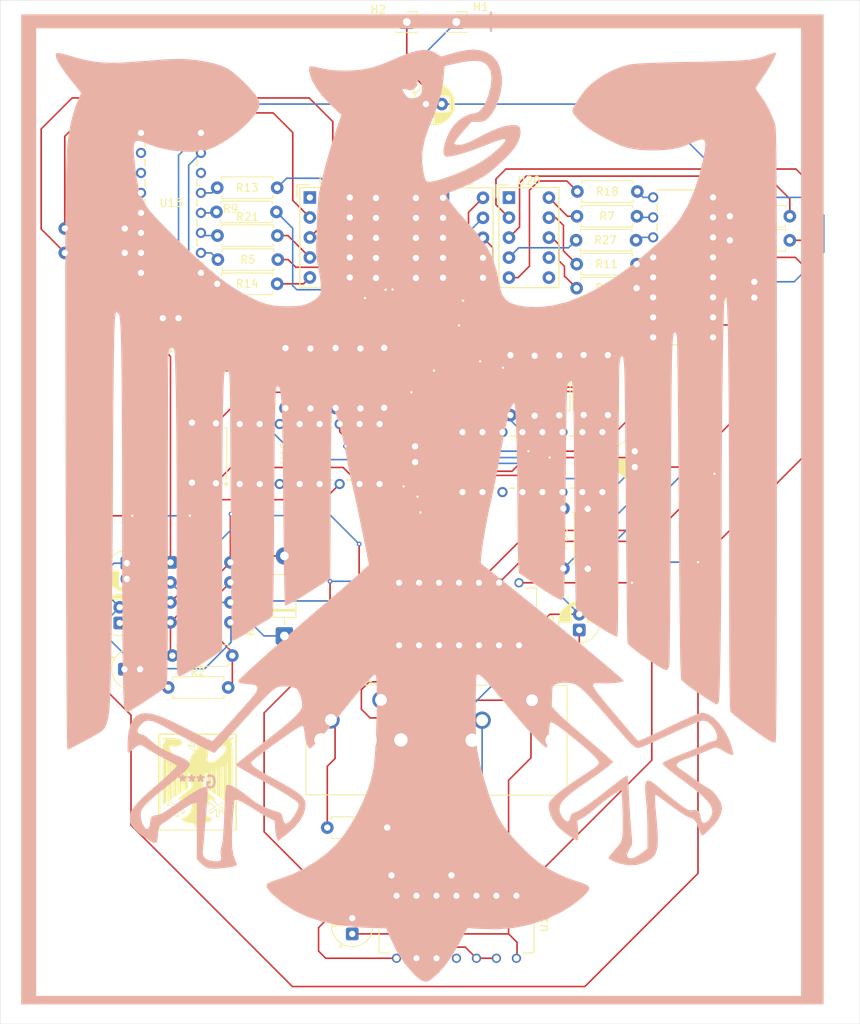
<source format=kicad_pcb>
(kicad_pcb (version 20241229) (generator "pcbnew") (generator_version "9.0")
  (layers (0 "F.Cu" signal) (2 "B.Cu" signal) (13 "F.Paste" user) (15 "B.Paste" user) (5 "F.SilkS" user "F.Silkscreen") (7 "B.SilkS" user "B.Silkscreen") (1 "F.Mask" user) (3 "B.Mask" user) (25 "Edge.Cuts" user))
  (net 0 "")
  (net 1 "GND")
  (net 2 "Net-(D1-K)")
  (net 3 "+5V")
  (net 4 "Net-(D1-A)")
  (net 5 "6,r")
  (net 6 "Net-(U10-CLOCK1)")
  (net 7 "Net-(R4-Pad2)")
  (net 8 "Net-(U13-A)")
  (net 9 "Net-(U18-A)")
  (net 10 "Net-(U17-A)")
  (net 11 "Net-(U16-A)")
  (net 12 "Net-(U15-A)")
  (net 13 "Net-(U20-A)")
  (net 14 "Net-(U14-A)")
  (net 15 "Net-(U19-A)")
  (net 16 "Net-(U13-B)")
  (net 17 "Net-(U18-B)")
  (net 18 "Net-(U17-B)")
  (net 19 "Net-(U16-B)")
  (net 20 "Net-(U15-B)")
  (net 21 "Net-(U20-B)")
  (net 22 "Net-(U14-B)")
  (net 23 "Net-(U19-B)")
  (net 24 "Net-(U13-C)")
  (net 25 "Net-(U18-C)")
  (net 26 "Net-(U18-D)")
  (net 27 "Net-(U13-D)")
  (net 28 "Net-(U17-C)")
  (net 29 "60,2")
  (net 30 "Net-(U17-D)")
  (net 31 "Net-(U16-D)")
  (net 32 "Net-(U15-C)")
  (net 33 "Net-(U20-C)")
  (net 34 "Net-(U15-D)")
  (net 35 "Net-(U20-D)")
  (net 36 "6,2")
  (net 37 "Net-(U19-C)")
  (net 38 "Net-(U19-D)")
  (net 39 "Net-(U14-D)")
  (net 40 "Net-(U13-E)")
  (net 41 "Net-(U18-E)")
  (net 42 "Net-(U18-G)")
  (net 43 "Net-(U13-G)")
  (net 44 "Net-(U13-F)")
  (net 45 "Net-(U18-F)")
  (net 46 "60,1")
  (net 47 "Net-(U17-E)")
  (net 48 "Net-(U16-F)")
  (net 49 "Net-(U17-F)")
  (net 50 "Net-(U16-G)")
  (net 51 "Net-(U17-G)")
  (net 52 "Net-(U15-E)")
  (net 53 "Net-(U20-E)")
  (net 54 "Net-(U20-F)")
  (net 55 "Net-(U15-F)")
  (net 56 "Net-(U15-G)")
  (net 57 "Net-(U20-G)")
  (net 58 "6,1")
  (net 59 "Net-(U19-G)")
  (net 60 "Net-(U14-G)")
  (net 61 "Net-(U19-E)")
  (net 62 "Out")
  (net 63 "Q")
  (net 66 "Net-(U10-D1)")
  (net 73 "co 2")
  (net 75 "co 3")
  (net 76 "Net-(U14-F)")
  (net 86 "co 1")
  (net 100 "Net-(U19-F)")
  (net 101 "Net-(U1-CV)")
  (net 102 "signal 1")
  (footprint "Resistor_THT:R_Axial_DIN0207_L6.3mm_D2.5mm_P7.62mm_Horizontal" (layer "F.Cu") (at 85.01 80.69 90)
    (property "Reference" "R25")
    (property "Value" "300O")
  )
  (footprint "Button_Switch_Keyboard:SW_Cherry_MX_1.00u_PCB" (layer "F.Cu") (at 128.24 108.33)
    (property "Reference" "SW2")
    (property "Value" "Reset")
  )
  (footprint "Capacitor_THT:CP_Radial_D5.0mm_P2.00mm" (layer "F.Cu") (at 76.42 104.39)
    (property "Reference" "C2")
    (property "Value" "10nf")
  )
  (footprint "CD4013BE:DIP794W45P254L1969H508Q14" (layer "F.Cu") (at 118.63 137.14 -90)
    (property "Reference" "U10")
    (property "Value" "CD4013BE")
  )
  (footprint "Resistor_THT:R_Axial_DIN0207_L6.3mm_D2.5mm_P7.62mm_Horizontal" (layer "F.Cu") (at 117.99 130.58 180)
    (property "Reference" "R3")
    (property "Value" "10kO")
  )
  (footprint "Resistor_THT:R_Axial_DIN0207_L6.3mm_D2.5mm_P7.62mm_Horizontal" (layer "F.Cu") (at 88.22 55.43)
    (property "Reference" "R14")
    (property "Value" "300O")
  )
  (footprint "Resistor_THT:R_Axial_DIN0207_L6.3mm_D2.5mm_P7.62mm_Horizontal" (layer "F.Cu") (at 81.99 106.71)
    (property "Reference" "R2")
    (property "Value" "10kO")
  )
  (footprint "Connector_PinSocket_2.54mm:PinSocket_1x01_P2.54mm_Vertical" (layer "F.Cu") (at 118.605 22.175)
    (property "Reference" "H1")
    (property "Value" "MountingHole_Pad")
  )
  (footprint "Resistor_THT:R_Axial_DIN0207_L6.3mm_D2.5mm_P7.62mm_Horizontal" (layer "F.Cu") (at 153.3825 46.8425)
    (property "Reference" "R29")
    (property "Value" "300O")
  )
  (footprint "Resistor_THT:R_Axial_DIN0207_L6.3mm_D2.5mm_P7.62mm_Horizontal" (layer "F.Cu") (at 88.06 80.77 90)
    (property "Reference" "R26")
    (property "Value" "300O")
  )
  (footprint "Resistor_THT:R_Axial_DIN0207_L6.3mm_D2.5mm_P7.62mm_Horizontal" (layer "F.Cu") (at 141.62 43.7 180)
    (property "Reference" "R18")
    (property "Value" "300O")
  )
  (footprint "Resistor_THT:R_Axial_DIN0207_L6.3mm_D2.5mm_P7.62mm_Horizontal" (layer "F.Cu") (at 109.44 71.18 90)
    (property "Reference" "R16")
    (property "Value" "300O")
  )
  (footprint "Capacitor_THT:CP_Radial_D5.0mm_P2.00mm" (layer "F.Cu") (at 105.38 138.015112 90)
    (property "Reference" "C7")
    (property "Value" "100nf")
  )
  (footprint "Capacitor_THT:CP_Radial_D5.0mm_P2.00mm" (layer "F.Cu") (at 141.3 76.71 -90)
    (property "Reference" "C9")
    (property "Value" "100nf")
  )
  (footprint "Package_DIP:DIP-8_W7.62mm" (layer "F.Cu") (at 82.275 90.82)
    (property "Reference" "U1")
    (property "Value" "NA555P")
  )
  (footprint "Resistor_THT:R_Axial_DIN0207_L6.3mm_D2.5mm_P7.62mm_Horizontal" (layer "F.Cu") (at 125.49 72.12 90)
    (property "Reference" "R19")
    (property "Value" "300O")
  )
  (footprint "Capacitor_THT:CP_Radial_D5.0mm_P2.00mm" (layer "F.Cu") (at 114.749888 32.595)
    (property "Reference" "C4")
    (property "Value" "100nf")
  )
  (footprint "Button_Switch_Keyboard:SW_Cherry_MX_1.00u_PCB" (layer "F.Cu") (at 109.03 108.29)
    (property "Reference" "SW1")
    (property "Value" "Start/stopp")
  )
  (footprint "Resistor_THT:R_Axial_DIN0207_L6.3mm_D2.5mm_P7.62mm_Horizontal" (layer "F.Cu") (at 153.3825 49.9025)
    (property "Reference" "R28")
    (property "Value" "300O")
  )
  (footprint "footprints:N16" (layer "F.Cu") (at 108.86 73.24 90)
    (property "Reference" "U16")
    (property "Value" "CD4026BE")
  )
  (footprint "Resistor_THT:R_Axial_DIN0207_L6.3mm_D2.5mm_P7.62mm_Horizontal" (layer "F.Cu") (at 106.42 71.26 90)
    (property "Reference" "R6")
    (property "Value" "300O")
  )
  (footprint "Resistor_THT:R_Axial_DIN0207_L6.3mm_D2.5mm_P7.62mm_Horizontal" (layer "F.Cu") (at 109.83 124.51 180)
    (property "Reference" "R4")
    (property "Value" "10kO")
  )
  (footprint "Resistor_THT:R_Axial_DIN0207_L6.3mm_D2.5mm_P7.62mm_Horizontal" (layer "F.Cu") (at 76.46 48.4 180)
    (property "Reference" "R23")
    (property "Value" "300O")
  )
  (footprint "LOGO" (layer "F.Cu") (at 85.71 118.72)
    (property "Reference" "G***")
    (property "Value" "LOGO" (hide yes))
  )
  (footprint "footprints:N16" (layer "F.Cu") (at 86.15 54.04)
    (property "Reference" "U13")
    (property "Value" "CD4026BE")
  )
  (footprint "Resistor_THT:R_Axial_DIN0207_L6.3mm_D2.5mm_P7.62mm_Horizontal" (layer "F.Cu") (at 88.3 52.35)
    (property "Reference" "R5")
    (property "Value" "300O")
  )
  (footprint "Capacitor_THT:CP_Radial_D5.0mm_P2.00mm" (layer "F.Cu") (at 134.24 99.41 90)
    (property "Reference" "C6")
    (property "Value" "100nf")
  )
  (footprint "Resistor_THT:R_Axial_DIN0207_L6.3mm_D2.5mm_P7.62mm_Horizontal" (layer "F.Cu") (at 88.22 43.22)
    (property "Reference" "R13")
    (property "Value" "300O")
  )
  (footprint "Resistor_THT:R_Axial_DIN0207_L6.3mm_D2.5mm_P7.62mm_Horizontal" (layer "F.Cu") (at 141.5225 55.9825 180)
    (property "Reference" "R17")
    (property "Value" "300O")
  )
  (footprint "Resistor_THT:R_Axial_DIN0207_L6.3mm_D2.5mm_P7.62mm_Horizontal" (layer "F.Cu") (at 76.46 51.5 180)
    (property "Reference" "R22")
    (property "Value" "300O")
  )
  (footprint "Resistor_THT:R_Axial_DIN0207_L6.3mm_D2.5mm_P7.62mm_Horizontal" (layer "F.Cu") (at 88.12 46.3)
    (property "Reference" "R9")
    (property "Value" "300O")
  )
  (footprint "Resistor_THT:R_Axial_DIN0207_L6.3mm_D2.5mm_P7.62mm_Horizontal" (layer "F.Cu") (at 137.88 72.11 90)
    (property "Reference" "R20")
    (property "Value" "300O")
  )
  (footprint "Resistor_THT:R_Axial_DIN0207_L6.3mm_D2.5mm_P7.62mm_Horizontal" (layer "F.Cu") (at 134.8 72.09 90)
    (property "Reference" "R8")
    (property "Value" "300O")
  )
  (footprint "Resistor_THT:R_Axial_DIN0207_L6.3mm_D2.5mm_P7.62mm_Horizontal" (layer "F.Cu") (at 88.25 49.3)
    (property "Reference" "R21")
    (property "Value" "300O")
  )
  (footprint "Resistor_THT:R_Axial_DIN0207_L6.3mm_D2.5mm_P7.62mm_Horizontal" (layer "F.Cu") (at 128.57 72.19 90)
    (property "Reference" "R12")
    (property "Value" "300O")
  )
  (footprint "Connector_PinSocket_2.54mm:PinSocket_1x01_P2.54mm_Vertical" (layer "F.Cu") (at 112.315 22.175)
    (property "Reference" "H2")
    (property "Value" "MountingHole_Pad")
  )
  (footprint "Resistor_THT:R_Axial_DIN0207_L6.3mm_D2.5mm_P7.62mm_Horizontal" (layer "F.Cu") (at 82.52 102.66)
    (property "Reference" "R1")
    (property "Value" "680KO")
  )
  (footprint "Display_7Segment:HDSP-7401" (layer "F.Cu") (at 116.9225 44.5025)
    (property "Reference" "U19")
    (property "Value" "HDSP-7401")
  )
  (footprint "footprints:N16" (layer "F.Cu") (at 143.63 44.45 180)
    (property "Reference" "U15")
    (property "Value" "CD4026BE")
  )
  (footprint "Resistor_THT:R_Axial_DIN0207_L6.3mm_D2.5mm_P7.62mm_Horizontal" (layer "F.Cu") (at 141.5325 52.9325 180)
    (property "Reference" "R11")
    (property "Value" "300O")
  )
  (footprint "Display_7Segment:HDSP-7401" (layer "F.Cu") (at 108.4 44.52)
    (property "Reference" "U17")
    (property "Value" "HDSP-7401")
  )
  (footprint "Display_7Segment:HDSP-7401" (layer "F.Cu") (at 125.3 44.48)
    (property "Reference" "U20")
    (property "Value" "HDSP-7401")
  )
  (footprint "Resistor_THT:R_Axial_DIN0207_L6.3mm_D2.5mm_P7.62mm_Horizontal" (layer "F.Cu") (at 131.7 72.14 90)
    (property "Reference" "R32")
    (property "Value" "300O")
  )
  (footprint "Diode_THT:D_DO-41_SOD81_P10.16mm_Horizontal" (layer "F.Cu") (at 96.755 100.16 90)
    (property "Reference" "D1")
    (property "Value" "SB160")
  )
  (footprint "CD4013BE:DIP794W45P254L1969H508Q14" (layer "F.Cu") (at 118.96 97.38 90)
    (property "Reference" "U12")
    (property "Value" "CD4081BE")
  )
  (footprint "Resistor_THT:R_Axial_DIN0207_L6.3mm_D2.5mm_P7.62mm_Horizontal" (layer "F.Cu") (at 132.23 83.97 -90)
    (property "Reference" "R30")
    (property "Value" "300O")
  )
  (footprint "footprints:N16" (layer "F.Cu") (at 137.18 74.27 90)
    (property "Reference" "U14")
    (property "Value" "CD4026BE")
  )
  (footprint "Capacitor_THT:CP_Radial_D5.0mm_P2.00mm" (layer "F.Cu") (at 113.37 76.09 -90)
    (property "Reference" "C10")
    (property "Value" "100nf")
  )
  (footprint "Resistor_THT:R_Axial_DIN0207_L6.3mm_D2.5mm_P7.62mm_Horizontal" (layer "F.Cu") (at 141.46 49.89 180)
    (property "Reference" "R27")
    (property "Value" "300O")
  )
  (footprint "Resistor_THT:R_Axial_DIN0207_L6.3mm_D2.5mm_P7.62mm_Horizontal" (layer "F.Cu") (at 135.32 84.02 -90)
    (property "Reference" "R31")
    (property "Value" "300O")
  )
  (footprint "Resistor_THT:R_Axial_DIN0207_L6.3mm_D2.5mm_P7.62mm_Horizontal" (layer "F.Cu") (at 141.57 46.85 180)
    (property "Reference" "R7")
    (property "Value" "300O")
  )
  (footprint "Resistor_THT:R_Axial_DIN0207_L6.3mm_D2.5mm_P7.62mm_Horizontal" (layer "F.Cu") (at 96.89 71.22 90)
    (property "Reference" "R15")
    (property "Value" "300O")
  )
  (footprint "Display_7Segment:HDSP-7401" (layer "F.Cu") (at 99.9925 44.4625)
    (property "Reference" "U18")
    (property "Value" "HDSP-7401")
  )
  (footprint "Capacitor_THT:CP_Radial_D5.0mm_P2.00mm" (layer "F.Cu") (at 156.49 57.175112 90)
    (property "Reference" "C11")
    (property "Value" "100nf")
  )
  (footprint "Resistor_THT:R_Axial_DIN0207_L6.3mm_D2.5mm_P7.62mm_Horizontal" (layer "F.Cu") (at 100.07 71.26 90)
    (property "Reference" "R10")
    (property "Value" "300O")
  )
  (footprint "Capacitor_THT:CP_Radial_D5.0mm_P2.00mm" (layer "F.Cu") (at 76.725 90.92 -90)
    (property "Reference" "C1")
    (property "Value" "1uf")
  )
  (footprint "Capacitor_THT:CP_Radial_D5.0mm_P2.00mm" (layer "F.Cu") (at 75.82 98.52 90)
    (property "Reference" "C3")
    (property "Value" "100nf")
  )
  (footprint "Resistor_THT:R_Axial_DIN0207_L6.3mm_D2.5mm_P7.62mm_Horizontal" (layer "F.Cu") (at 103.27 71.2 90)
    (property "Reference" "R24")
    (property "Value" "300O")
  )
  (footprint "Capacitor_THT:CP_Radial_D5.0mm_P2.00mm" (layer "F.Cu") (at 83.3 59.8 180)
    (property "Reference" "C12")
    (property "Value" "100nf")
  )
  (footprint "LOGO" (layer "B.Cu") (at 114.3 84.09 180)
    (property "Reference" "G***")
    (property "Value" "LOGO" (hide yes))
  )
  (gr_rect (start 60.63 19.4) (end 169.92 149.44) (stroke (width 0.05)) (fill no) (layer "Edge.Cuts"))
  (gr_text "-" (at 109.15 23.48 0) (layer "B.Cu") (effects (font (size 3 3) (thickness 0.3) (bold yes)) (justify left bottom mirror)))
  (gr_text "+" (at 125.06 23.67 0) (layer "B.SilkS") (effects (font (size 3 3) (thickness 0.3) (bold yes)) (justify left bottom mirror)))
  (segment (start 119.76 139.7) (end 117.5 139.7) (width 0.2) (layer "F.Cu") (net 1))
  (segment (start 94.18 109.94) (end 94.18 125.05) (width 0.2) (layer "F.Cu") (net 1))
  (segment (start 117.5 139.7) (end 116.09 141.11) (width 0.2) (layer "F.Cu") (net 1))
  (segment (start 76.725 90.92) (end 82.175 90.92) (width 0.2) (layer "F.Cu") (net 1))
  (segment (start 81.04 63.43) (end 81.04 60.06) (width 0.2) (layer "F.Cu") (net 1))
  (segment (start 106.47 133.15) (end 110.99 133.15) (width 0.2) (layer "F.Cu") (net 1))
  (segment (start 112.315 22.175) (end 112.315 28.160112) (width 0.2) (layer "F.Cu") (net 1))
  (segment (start 104.87 76.4) (end 104.87 76.87) (width 0.2) (layer "F.Cu") (net 1))
  (segment (start 101.1 140.2) (end 101.1 137.22) (width 0.2) (layer "F.Cu") (net 1))
  (segment (start 81.04 60.06) (end 81.3 59.8) (width 0.2) (layer "F.Cu") (net 1))
  (segment (start 104.87 76.87) (end 108.86 80.86) (width 0.2) (layer "F.Cu") (net 1))
  (segment (start 156.49 55.175112) (end 158.07 56.755112) (width 0.2) (layer "F.Cu") (net 1))
  (segment (start 102.304888 136.015112) (end 105.38 136.015112) (width 0.2) (layer "F.Cu") (net 1))
  (segment (start 102.01 141.11) (end 101.1 140.2) (width 0.2) (layer "F.Cu") (net 1))
  (segment (start 158.07 68.53) (end 147.89 78.71) (width 0.2) (layer "F.Cu") (net 1))
  (segment (start 94.18 125.05) (end 99.71 130.58) (width 0.2) (layer "F.Cu") (net 1))
  (segment (start 111.01 141.11) (end 102.01 141.11) (width 0.2) (layer "F.Cu") (net 1))
  (segment (start 110.99 133.15) (end 111.01 133.17) (width 0.2) (layer "F.Cu") (net 1))
  (segment (start 82.275 90.82) (end 82.275 64.665) (width 0.2) (layer "F.Cu") (net 1))
  (segment (start 112.315 28.160112) (end 116.749888 32.595) (width 0.2) (layer "F.Cu") (net 1))
  (segment (start 112.28 139.72) (end 111.01 140.99) (width 0.2) (layer "F.Cu") (net 1))
  (segment (start 110.37 132.53) (end 110.37 130.58) (width 0.2) (layer "F.Cu") (net 1))
  (segment (start 126.58 101.35) (end 130.52 97.41) (width 0.2) (layer "F.Cu") (net 1))
  (segment (start 114.7 139.72) (end 112.28 139.72) (width 0.2) (layer "F.Cu") (net 1))
  (segment (start 82.275 64.665) (end 81.04 63.43) (width 0.2) (layer "F.Cu") (net 1))
  (segment (start 116.09 141.11) (end 114.7 139.72) (width 0.2) (layer "F.Cu") (net 1))
  (segment (start 99.71 130.58) (end 110.37 130.58) (width 0.2) (layer "F.Cu") (net 1))
  (segment (start 113.55 133.17) (end 111.01 133.17) (width 0.2) (layer "F.Cu") (net 1))
  (segment (start 121.17 141.11) (end 119.76 139.7) (width 0.2) (layer "F.Cu") (net 1))
  (segment (start 104.53 76.06) (end 104.87 76.4) (width 0.2) (layer "F.Cu") (net 1))
  (segment (start 111.01 133.17) (end 110.37 132.53) (width 0.2) (layer "F.Cu") (net 1))
  (segment (start 101.1 137.22) (end 102.304888 136.015112) (width 0.2) (layer "F.Cu") (net 1))
  (segment (start 123.71 141.11) (end 121.17 141.11) (width 0.2) (layer "F.Cu") (net 1))
  (segment (start 111.01 140.99) (end 111.01 141.11) (width 0.2) (layer "F.Cu") (net 1))
  (segment (start 130.52 97.41) (end 134.24 97.41) (width 0.2) (layer "F.Cu") (net 1))
  (segment (start 102.56 101.56) (end 94.18 109.94) (width 0.2) (layer "F.Cu") (net 1))
  (segment (start 158.07 56.755112) (end 158.07 68.53) (width 0.2) (layer "F.Cu") (net 1))
  (segment (start 105.38 134.24) (end 106.47 133.15) (width 0.2) (layer "F.Cu") (net 1))
  (segment (start 82.175 90.92) (end 82.275 90.82) (width 0.2) (layer "F.Cu") (net 1))
  (segment (start 102.56 93.22) (end 102.56 101.56) (width 0.2) (layer "F.Cu") (net 1))
  (segment (start 147.89 78.71) (end 141.3 78.71) (width 0.2) (layer "F.Cu") (net 1))
  (segment (start 105.38 136.015112) (end 105.38 134.24) (width 0.2) (layer "F.Cu") (net 1))
  (via (at 102.56 93.22) (size 0.6) (drill 0.3) (layers "F.Cu" "B.Cu") (net 1))
  (via (at 104.53 76.06) (size 0.6) (drill 0.3) (layers "F.Cu" "B.Cu") (net 1))
  (segment (start 151.25 40.59) (end 151.25 44.45) (width 0.2) (layer "B.Cu") (net 1))
  (segment (start 82.275 90.82) (end 85.84 90.82) (width 0.2) (layer "B.Cu") (net 1))
  (segment (start 116.749888 32.595) (end 116.754888 32.6) (width 0.2) (layer "B.Cu") (net 1))
  (segment (start 129.85 80.17) (end 128.35 81.67) (width 0.2) (layer "B.Cu") (net 1))
  (segment (start 135.46 80.17) (end 129.85 80.17) (width 0.2) (layer "B.Cu") (net 1))
  (segment (start 76.42 102.5) (end 74.1 100.18) (width 0.2) (layer "B.Cu") (net 1))
  (segment (start 75.09 90.92) (end 76.725 90.92) (width 0.2) (layer "B.Cu") (net 1))
  (segment (start 117.83 111.78) (end 126.58 103.03) (width 0.2) (layer "B.Cu") (net 1))
  (segment (start 110.37 130.58) (end 117.83 123.12) (width 0.2) (layer "B.Cu") (net 1))
  (segment (start 101.77 85.6) (end 101.77 92.43) (width 0.2) (layer "B.Cu") (net 1))
  (segment (start 91.79 84.87) (end 101.04 84.87) (width 0.2) (layer "B.Cu") (net 1))
  (segment (start 156.495112 55.17) (end 156.49 55.175112) (width 0.2) (layer "B.Cu") (net 1))
  (segment (start 109.12 81.12) (end 108.86 80.86) (width 0.2) (layer "B.Cu") (net 1))
  (segment (start 104.53 76.4) (end 104.89 76.76) (width 0.2) (layer "B.Cu") (net 1))
  (segment (start 138.12 81.89) (end 137.18 81.89) (width 0.2) (layer "B.Cu") (net 1))
  (segment (start 137.18 81.89) (end 135.46 80.17) (width 0.2) (layer "B.Cu") (net 1))
  (segment (start 117.83 123.12) (end 117.83 111.78) (width 0.2) (layer "B.Cu") (net 1))
  (segment (start 101.04 84.87) (end 101.77 85.6) (width 0.2) (layer "B.Cu") (net 1))
  (segment (start 116.754888 32.6) (end 143.26 32.6) (width 0.2) (layer "B.Cu") (net 1))
  (segment (start 73.72 94.42) (end 73.72 92.29) (width 0.2) (layer "B.Cu") (net 1))
  (segment (start 163.04 44.45) (end 165.32 46.73) (width 0.2) (layer "B.Cu") (net 1))
  (segment (start 85.84 90.82) (end 91.79 84.87) (width 0.2) (layer "B.Cu") (net 1))
  (segment (start 107.72 93.22) (end 109.12 91.82) (width 0.2) (layer "B.Cu") (net 1))
  (segment (start 102.56 93.22) (end 107.72 93.22) (width 0.2) (layer "B.Cu") (net 1))
  (segment (start 141.3 78.71) (end 138.12 81.89) (width 0.2) (layer "B.Cu") (net 1))
  (segment (start 81.3 56.81) (end 81.3 59.8) (width 0.2) (layer "B.Cu") (net 1))
  (segment (start 74.1 98.24) (end 75.82 96.52) (width 0.2) (layer "B.Cu") (net 1))
  (segment (start 104.53 76.06) (end 104.53 76.4) (width 0.2) (layer "B.Cu") (net 1))
  (segment (start 126.58 103.03) (end 126.58 101.35) (width 0.2) (layer "B.Cu") (net 1))
  (segment (start 110.22 78.09) (end 113.37 78.09) (width 0.2) (layer "B.Cu") (net 1))
  (segment (start 143.26 32.6) (end 151.25 40.59) (width 0.2) (layer "B.Cu") (net 1))
  (segment (start 161.56 55.17) (end 156.495112 55.17) (width 0.2) (layer "B.Cu") (net 1))
  (segment (start 128.35 91.52) (end 134.24 97.41) (width 0.2) (layer "B.Cu") (net 1))
  (segment (start 108.89 76.76) (end 110.22 78.09) (width 0.2) (layer "B.Cu") (net 1))
  (segment (start 109.12 91.82) (end 109.12 81.12) (width 0.2) (layer "B.Cu") (net 1))
  (segment (start 74.1 100.18) (end 74.1 98.24) (width 0.2) (layer "B.Cu") (net 1))
  (segment (start 101.77 92.43) (end 102.56 93.22) (width 0.2) (layer "B.Cu") (net 1))
  (segment (start 73.72 92.29) (end 75.09 90.92) (width 0.2) (layer "B.Cu") (net 1))
  (segment (start 76.42 104.39) (end 76.42 102.5) (width 0.2) (layer "B.Cu") (net 1))
  (segment (start 165.32 46.73) (end 165.32 51.41) (width 0.2) (layer "B.Cu") (net 1))
  (segment (start 104.89 76.76) (end 108.89 76.76) (width 0.2) (layer "B.Cu") (net 1))
  (segment (start 165.32 51.41) (end 161.56 55.17) (width 0.2) (layer "B.Cu") (net 1))
  (segment (start 151.25 44.45) (end 163.04 44.45) (width 0.2) (layer "B.Cu") (net 1))
  (segment (start 128.35 81.67) (end 128.35 91.52) (width 0.2) (layer "B.Cu") (net 1))
  (segment (start 78.53 54.04) (end 81.3 56.81) (width 0.2) (layer "B.Cu") (net 1))
  (segment (start 75.82 96.52) (end 73.72 94.42) (width 0.2) (layer "B.Cu") (net 1))
  (segment (start 81.99 106.71) (end 80.53 105.25) (width 0.2) (layer "F.Cu") (net 2))
  (segment (start 76.725 92.92) (end 78.345 92.92) (width 0.2) (layer "F.Cu") (net 2))
  (segment (start 78.345 92.92) (end 80.53 95.105) (width 0.2) (layer "F.Cu") (net 2))
  (segment (start 80.53 105.25) (end 80.53 95.105) (width 0.2) (layer "F.Cu") (net 2))
  (segment (start 80.53 95.105) (end 82.275 93.36) (width 0.2) (layer "F.Cu") (net 2))
  (segment (start 96.755 100.16) (end 94.155 100.16) (width 0.2) (layer "B.Cu") (net 2))
  (segment (start 84.815 95.9) (end 82.275 93.36) (width 0.2) (layer "B.Cu") (net 2))
  (segment (start 94.155 100.16) (end 89.895 95.9) (width 0.2) (layer "B.Cu") (net 2))
  (segment (start 89.895 95.9) (end 84.815 95.9) (width 0.2) (layer "B.Cu") (net 2))
  (segment (start 105.38 138.015112) (end 125.255112 138.015112) (width 0.2) (layer "F.Cu") (net 3))
  (segment (start 146.49 60.66) (end 144.92 62.23) (width 0.2) (layer "F.Cu") (net 3))
  (segment (start 144.92 62.23) (end 143.63 62.23) (width 0.2) (layer "F.Cu") (net 3))
  (segment (start 128.24 108.33) (end 134.24 102.33) (width 0.2) (layer "F.Cu") (net 3))
  (segment (start 128.1 108.47) (end 128.24 108.33) (width 0.2) (layer "F.Cu") (net 3))
  (segment (start 82.52 102.66) (end 82.275 102.415) (width 0.2) (layer "F.Cu") (net 3))
  (segment (start 82.275 102.415) (end 82.275 98.44) (width 0.2) (layer "F.Cu") (net 3))
  (segment (start 89.895 90.82) (end 89.895 84.755) (width 0.2) (layer "F.Cu") (net 3))
  (segment (start 156.49 57.44) (end 153.27 60.66) (width 0.2) (layer "F.Cu") (net 3))
  (segment (start 126.33 139.09) (end 126.33 141.03) (width 0.2) (layer "F.Cu") (net 3))
  (segment (start 111.34 89.27) (end 111.34 93.41) (width 0.2) (layer "F.Cu") (net 3))
  (segment (start 134.24 102.33) (end 134.24 99.41) (width 0.2) (layer "F.Cu") (net 3))
  (segment (start 125.255112 118.494888) (end 128.1 115.65) (width 0.2) (layer "F.Cu") (net 3))
  (segment (start 156.49 57.175112) (end 156.49 57.44) (width 0.2) (layer "F.Cu") (net 3))
  (segment (start 128.1 115.65) (end 128.1 108.47) (width 0.2) (layer "F.Cu") (net 3))
  (segment (start 89.895 84.755) (end 89.97 84.68) (width 0.2) (layer "F.Cu") (net 3))
  (segment (start 114.72 77.44) (end 114.72 85.89) (width 0.2) (layer "F.Cu") (net 3))
  (segment (start 125.255112 138.015112) (end 125.255112 118.494888) (width 0.2) (layer "F.Cu") (net 3))
  (segment (start 128.24 108.33) (end 109.07 108.33) (width 0.2) (layer "F.Cu") (net 3))
  (segment (start 141.3 76.71) (end 140.51 77.5) (width 0.2) (layer "F.Cu") (net 3))
  (segment (start 114.72 85.89) (end 111.34 89.27) (width 0.2) (layer "F.Cu") (net 3))
  (segment (start 109.07 108.33) (end 109.03 108.29) (width 0.2) (layer "F.Cu") (net 3))
  (segment (start 140.51 77.5) (end 130.48 77.5) (width 0.2) (layer "F.Cu") (net 3))
  (segment (start 153.27 60.66) (end 146.49 60.66) (width 0.2) (layer "F.Cu") (net 3))
  (segment (start 125.255112 138.015112) (end 126.33 139.09) (width 0.2) (layer "F.Cu") (net 3))
  (segment (start 126.33 141.03) (end 126.25 141.11) (width 0.2) (layer "F.Cu") (net 3))
  (segment (start 89.895 90.82) (end 82.275 98.44) (width 0.2) (layer "F.Cu") (net 3))
  (segment (start 113.37 76.09) (end 114.72 77.44) (width 0.2) (layer "F.Cu") (net 3))
  (via (at 89.97 84.68) (size 0.6) (drill 0.3) (layers "F.Cu" "B.Cu") (net 3))
  (via (at 130.48 77.5) (size 0.6) (drill 0.3) (layers "F.Cu" "B.Cu") (net 3))
  (segment (start 91.08 76.37) (end 91.08 73.24) (width 0.2) (layer "B.Cu") (net 3))
  (segment (start 75.82 98.52) (end 82.195 98.52) (width 0.2) (layer "B.Cu") (net 3))
  (segment (start 89.815 32.595) (end 114.749888 32.595) (width 0.2) (layer "B.Cu") (net 3))
  (segment (start 119.4 74.27) (end 117.58 76.09) (width 0.2) (layer "B.Cu") (net 3))
  (segment (start 92.13 77.42) (end 91.08 76.37) (width 0.2) (layer "B.Cu") (net 3))
  (segment (start 83.3 39.11) (end 86.15 36.26) (width 0.2) (layer "B.Cu") (net 3))
  (segment (start 86.15 36.26) (end 89.815 32.595) (width 0.2) (layer "B.Cu") (net 3))
  (segment (start 130.48 77.5) (end 122.63 77.5) (width 0.2) (layer "B.Cu") (net 3))
  (segment (start 118.605 22.175) (end 114.749888 26.030112) (width 0.2) (layer "B.Cu") (net 3))
  (segment (start 91.08 73.24) (end 91.08 67.58) (width 0.2) (layer "B.Cu") (net 3))
  (segment (start 122.63 77.5) (end 119.4 74.27) (width 0.2) (layer "B.Cu") (net 3))
  (segment (start 117.58 76.09) (end 113.37 76.09) (width 0.2) (layer "B.Cu") (net 3))
  (segment (start 143.63 62.23) (end 143.63 74.38) (width 0.2) (layer "B.Cu") (net 3))
  (segment (start 89.97 84.68) (end 92.13 82.52) (width 0.2) (layer "B.Cu") (net 3))
  (segment (start 83.3 59.8) (end 83.3 39.11) (width 0.2) (layer "B.Cu") (net 3))
  (segment (start 143.63 74.38) (end 141.3 76.71) (width 0.2) (layer "B.Cu") (net 3))
  (segment (start 91.08 67.58) (end 83.3 59.8) (width 0.2) (layer "B.Cu") (net 3))
  (segment (start 109.03 108.29) (end 109.03 95.72) (width 0.2) (layer "B.Cu") (net 3))
  (segment (start 92.13 82.52) (end 92.13 77.42) (width 0.2) (layer "B.Cu") (net 3))
  (segment (start 109.03 95.72) (end 94.795 95.72) (width 0.2) (layer "B.Cu") (net 3))
  (segment (start 114.749888 26.030112) (end 114.749888 32.595) (width 0.2) (layer "B.Cu") (net 3))
  (segment (start 94.795 95.72) (end 89.895 90.82) (width 0.2) (layer "B.Cu") (net 3))
  (segment (start 82.195 98.52) (end 82.275 98.44) (width 0.2) (layer "B.Cu") (net 3))
  (segment (start 109.03 95.72) (end 111.34 93.41) (width 0.2) (layer "B.Cu") (net 3))
  (segment (start 90.14 102.24) (end 87.58 99.68) (width 0.2) (layer "F.Cu") (net 4))
  (segment (start 90.14 102.66) (end 90.14 102.24) (width 0.2) (layer "F.Cu") (net 4))
  (segment (start 87.58 99.68) (end 87.58 95.675) (width 0.2) (layer "F.Cu") (net 4))
  (segment (start 87.58 95.675) (end 89.895 93.36) (width 0.2) (layer "F.Cu") (net 4))
  (segment (start 93.255 90) (end 89.895 93.36) (width 0.2) (layer "F.Cu") (net 4))
  (segment (start 96.755 90) (end 93.255 90) (width 0.2) (layer "F.Cu") (net 4))
  (segment (start 89.61 106.71) (end 90.14 106.18) (width 0.2) (layer "F.Cu") (net 4))
  (segment (start 90.14 106.18) (end 90.14 102.66) (width 0.2) (layer "F.Cu") (net 4))
  (segment (start 106.54 107) (end 107.55 105.99) (width 0.2) (layer "F.Cu") (net 5))
  (segment (start 118.96 105.19) (end 118.96 101.35) (width 0.2) (layer "F.Cu") (net 5))
  (segment (start 127.78 79.1) (end 127.78 76.69) (width 0.2) (layer "F.Cu") (net 5))
  (segment (start 127.78 76.69) (end 136.46 76.69) (width 0.2) (layer "F.Cu") (net 5))
  (segment (start 117.53 99.92) (end 117.53 80.77) (width 0.2) (layer "F.Cu") (net 5))
  (segment (start 118.16 105.99) (end 118.96 105.19) (width 0.2) (layer "F.Cu") (net 5))
  (segment (start 140.32 72.83) (end 140.32 63) (width 0.2) (layer "F.Cu") (net 5))
  (segment (start 116.42 101.35) (end 118.96 101.35) (width 0.2) (layer "F.Cu") (net 5))
  (segment (start 127.11 79.77) (end 127.78 79.1) (width 0.2) (layer "F.Cu") (net 5))
  (segment (start 118.63 133.17) (end 118.63 131.22) (width 0.2) (layer "F.Cu") (net 5))
  (segment (start 118.63 131.22) (end 117.99 130.58) (width 0.2) (layer "F.Cu") (net 5))
  (segment (start 121.6 110.58) (end 107.65 110.58) (width 0.2) (layer "F.Cu") (net 5))
  (segment (start 106.26 104.7) (end 107.55 105.99) (width 0.2) (layer "F.Cu") (net 5))
  (segment (start 106.26 88.49) (end 106.26 104.7) (width 0.2) (layer "F.Cu") (net 5))
  (segment (start 121.89 110.87) (end 121.6 110.58) (width 0.2) (layer "F.Cu") (net 5))
  (segment (start 140.32 63) (end 143.63 59.69) (width 0.2) (layer "F.Cu") (net 5))
  (segment (start 107.65 110.58) (end 106.54 109.47) (width 0.2) (layer "F.Cu") (net 5))
  (segment (start 118.96 101.35) (end 117.53 99.92) (width 0.2) (layer "F.Cu") (net 5))
  (segment (start 118.53 79.77) (end 127.11 79.77) (width 0.2) (layer "F.Cu") (net 5))
  (segment (start 106.54 109.47) (end 106.54 107) (width 0.2) (layer "F.Cu") (net 5))
  (segment (start 117.53 80.77) (end 118.53 79.77) (width 0.2) (layer "F.Cu") (net 5))
  (segment (start 136.46 76.69) (end 140.32 72.83) (width 0.2) (layer "F.Cu") (net 5))
  (segment (start 107.55 105.99) (end 118.16 105.99) (width 0.2) (layer "F.Cu") (net 5))
  (via (at 106.26 88.49) (size 0.6) (drill 0.3) (layers "F.Cu" "B.Cu") (net 5))
  (via (at 127.78 76.69) (size 0.6) (drill 0.3) (layers "F.Cu" "B.Cu") (net 5))
  (segment (start 84.59 40.36) (end 86.15 38.8) (width 0.2) (layer "B.Cu") (net 5))
  (segment (start 84.59 54.58) (end 84.59 40.36) (width 0.2) (layer "B.Cu") (net 5))
  (segment (start 117.99 130.58) (end 121.89 126.68) (width 0.2) (layer "B.Cu") (net 5))
  (segment (start 121.89 126.68) (end 121.89 110.87) (width 0.2) (layer "B.Cu") (net 5))
  (segment (start 86.92 56.91) (end 84.59 54.58) (width 0.2) (layer "B.Cu") (net 5))
  (segment (start 86.92 59.36) (end 86.92 56.91) (width 0.2) (layer "B.Cu") (net 5))
  (segment (start 93.62 73.24) (end 94.21 73.24) (width 0.2) (layer "B.Cu") (net 5))
  (segment (start 124.36 76.69) (end 121.94 74.27) (width 0.2) (layer "B.Cu") (net 5))
  (segment (start 93.62 66.06) (end 86.92 59.36) (width 0.2) (layer "B.Cu") (net 5))
  (segment (start 94.21 73.24) (end 100.1 79.13) (width 0.2) (layer "B.Cu") (net 5))
  (segment (start 100.1 79.13) (end 100.1 82.33) (width 0.2) (layer "B.Cu") (net 5))
  (segment (start 127.78 76.69) (end 124.36 76.69) (width 0.2) (layer "B.Cu") (net 5))
  (segment (start 93.62 73.24) (end 93.62 66.06) (width 0.2) (layer "B.Cu") (net 5))
  (segment (start 100.1 82.33) (end 106.26 88.49) (width 0.2) (layer "B.Cu") (net 5))
  (segment (start 110.1 124.78) (end 109.83 124.51) (width 0.2) (layer "F.Cu") (net 6))
  (segment (start 118.16 124.78) (end 110.1 124.78) (width 0.2) (layer "F.Cu") (net 6))
  (segment (start 121.17 133.17) (end 121.17 127.79) (width 0.2) (layer "F.Cu") (net 6))
  (segment (start 121.17 127.79) (end 118.16 124.78) (width 0.2) (layer "F.Cu") (net 6))
  (segment (start 102.21 124.51) (end 102.21 116.72) (width 0.2) (layer "F.Cu") (net 7))
  (segment (start 103.2 115.73) (end 103.2 111.35) (width 0.2) (layer "F.Cu") (net 7))
  (segment (start 102.21 116.72) (end 103.2 115.73) (width 0.2) (layer "F.Cu") (net 7))
  (segment (start 103.2 111.35) (end 102.68 110.83) (width 0.2) (layer "F.Cu") (net 7))
  (segment (start 87.45 51.5) (end 88.3 52.35) (width 0.2) (layer "B.Cu") (net 8))
  (segment (start 86.15 51.5) (end 87.45 51.5) (width 0.2) (layer "B.Cu") (net 8))
  (segment (start 102.69 46.845) (end 102.69 52.15) (width 0.2) (layer "F.Cu") (net 9))
  (segment (start 97.23 52.35) (end 95.92 52.35) (width 0.2) (layer "F.Cu") (net 9))
  (segment (start 101.51 53.33) (end 98.21 53.33) (width 0.2) (layer "F.Cu") (net 9))
  (segment (start 105.0725 44.4625) (end 102.69 46.845) (width 0.2) (layer "F.Cu") (net 9))
  (segment (start 102.69 52.15) (end 101.51 53.33) (width 0.2) (layer "F.Cu") (net 9))
  (segment (start 98.21 53.33) (end 97.23 52.35) (width 0.2) (layer "F.Cu") (net 9))
  (segment (start 106.42 56.66) (end 107.005 57.245) (width 0.2) (layer "F.Cu") (net 10))
  (segment (start 106.42 47.44) (end 106.42 56.66) (width 0.2) (layer "F.Cu") (net 10))
  (segment (start 112.11 45.89) (end 107.97 45.89) (width 0.2) (layer "F.Cu") (net 10))
  (segment (start 107.005 57.245) (end 107.01 57.25) (width 0.2) (layer "F.Cu") (net 10))
  (segment (start 107.97 45.89) (end 106.42 47.44) (width 0.2) (layer "F.Cu") (net 10))
  (segment (start 113.48 44.52) (end 112.11 45.89) (width 0.2) (layer "F.Cu") (net 10))
  (via (at 107.005 57.245) (size 0.6) (drill 0.3) (layers "F.Cu" "B.Cu") (net 10))
  (segment (start 107.005 57.245) (end 107.005 63.055) (width 0.2) (layer "B.Cu") (net 10))
  (segment (start 107.005 63.055) (end 106.42 63.64) (width 0.2) (layer "B.Cu") (net 10))
  (segment (start 106.32 73.24) (end 106.32 71.36) (width 0.2) (layer "B.Cu") (net 11))
  (segment (start 106.32 71.36) (end 106.42 71.26) (width 0.2) (layer "B.Cu") (net 11))
  (segment (start 143.63 46.99) (end 141.71 46.99) (width 0.2) (layer "B.Cu") (net 12))
  (segment (start 141.71 46.99) (end 141.57 46.85) (width 0.2) (layer "B.Cu") (net 12))
  (segment (start 133.95 46.85) (end 132.75 46.85) (width 0.2) (layer "F.Cu") (net 13))
  (segment (start 132.75 46.85) (end 130.38 44.48) (width 0.2) (layer "F.Cu") (net 13))
  (segment (start 134.64 72.25) (end 134.8 72.09) (width 0.2) (layer "B.Cu") (net 14))
  (segment (start 134.64 74.27) (end 134.64 72.25) (width 0.2) (layer "B.Cu") (net 14))
  (segment (start 122.62 68.56) (end 120.95 66.89) (width 0.2) (layer "F.Cu") (net 15))
  (segment (start 120.95 66.89) (end 120.95 58.27) (width 0.2) (layer "F.Cu") (net 15))
  (segment (start 134.8 67.27) (end 133.51 68.56) (width 0.2) (layer "F.Cu") (net 15))
  (segment (start 134.8 64.47) (end 134.8 67.27) (width 0.2) (layer "F.Cu") (net 15))
  (segment (start 133.51 68.56) (end 122.62 68.56) (width 0.2) (layer "F.Cu") (net 15))
  (segment (start 122.0025 44.5025) (end 120.16 46.345) (width 0.2) (layer "F.Cu") (net 15))
  (segment (start 120.95 58.27) (end 120.16 57.48) (width 0.2) (layer "F.Cu") (net 15))
  (segment (start 120.16 46.345) (end 120.16 57.48) (width 0.2) (layer "F.Cu") (net 15))
  (segment (start 88 46.42) (end 88.12 46.3) (width 0.2) (layer "B.Cu") (net 16))
  (segment (start 86.15 46.42) (end 88 46.42) (width 0.2) (layer "B.Cu") (net 16))
  (segment (start 105.54 56.18) (end 106.57 55.15) (width 0.2) (layer "B.Cu") (net 17))
  (segment (start 97.81 55.66) (end 98.33 56.18) (width 0.2) (layer "B.Cu") (net 17))
  (segment (start 98.33 56.18) (end 105.54 56.18) (width 0.2) (layer "B.Cu") (net 17))
  (segment (start 106.57 47.94) (end 105.6325 47.0025) (width 0.2) (layer "B.Cu") (net 17))
  (segment (start 95.74 46.3) (end 97.81 48.37) (width 0.2) (layer "B.Cu") (net 17))
  (segment (start 105.6325 47.0025) (end 105.0725 47.0025) (width 0.2) (layer "B.Cu") (net 17))
  (segment (start 106.57 55.15) (end 106.57 47.94) (width 0.2) (layer "B.Cu") (net 17))
  (segment (start 97.81 48.37) (end 97.81 55.66) (width 0.2) (layer "B.Cu") (net 17))
  (segment (start 113.48 47.06) (end 113.5 47.04) (width 0.2) (layer "F.Cu") (net 18))
  (segment (start 113.88 59.74) (end 102.16 59.74) (width 0.2) (layer "F.Cu") (net 18))
  (segment (start 102.16 59.74) (end 100.07 61.83) (width 0.2) (layer "F.Cu") (net 18))
  (segment (start 114.67 47.04) (end 115.07 47.44) (width 0.2) (layer "F.Cu") (net 18))
  (segment (start 113.5 47.04) (end 114.67 47.04) (width 0.2) (layer "F.Cu") (net 18))
  (segment (start 115.07 58.55) (end 113.88 59.74) (width 0.2) (layer "F.Cu") (net 18))
  (segment (start 115.07 47.44) (end 115.07 58.55) (width 0.2) (layer "F.Cu") (net 18))
  (segment (start 100.07 61.83) (end 100.07 63.64) (width 0.2) (layer "F.Cu") (net 18))
  (segment (start 100.07 72.07) (end 100.07 71.26) (width 0.2) (layer "B.Cu") (net 19))
  (segment (start 101.24 73.24) (end 100.07 72.07) (width 0.2) (layer "B.Cu") (net 19))
  (segment (start 142.395 52.07) (end 141.5325 52.9325) (width 0.2) (layer "B.Cu") (net 20))
  (segment (start 143.63 52.07) (end 142.395 52.07) (width 0.2) (layer "B.Cu") (net 20))
  (segment (start 133.9125 52.9325) (end 132.23 51.25) (width 0.2) (layer "F.Cu") (net 21))
  (segment (start 132.23 48.01) (end 131.24 47.02) (width 0.2) (layer "F.Cu") (net 21))
  (segment (start 132.23 51.25) (end 132.23 48.01) (width 0.2) (layer "F.Cu") (net 21))
  (segment (start 131.24 47.02) (end 130.38 47.02) (width 0.2) (layer "F.Cu") (net 21))
  (segment (start 129.56 74.27) (end 129.56 73.18) (width 0.2) (layer "B.Cu") (net 22))
  (segment (start 129.56 73.18) (end 128.57 72.19) (width 0.2) (layer "B.Cu") (net 22))
  (segment (start 128.57 62.26) (end 128.57 64.57) (width 0.2) (layer "B.Cu") (net 23))
  (segment (start 126.4 60.09) (end 128.57 62.26) (width 0.2) (layer "B.Cu") (net 23))
  (segment (start 124.01 60.09) (end 126.4 60.09) (width 0.2) (layer "B.Cu") (net 23))
  (segment (start 120.61 48.435) (end 120.61 56.69) (width 0.2) (layer "B.Cu") (net 23))
  (segment (start 122.0025 47.0425) (end 120.61 48.435) (width 0.2) (layer "B.Cu") (net 23))
  (segment (start 120.61 56.69) (end 124.01 60.09) (width 0.2) (layer "B.Cu") (net 23))
  (segment (start 87.56 43.88) (end 88.22 43.22) (width 0.2) (layer "B.Cu") (net 24))
  (segment (start 86.15 43.88) (end 87.56 43.88) (width 0.2) (layer "B.Cu") (net 24))
  (segment (start 103.5725 49.5425) (end 105.0725 49.5425) (width 0.2) (layer "B.Cu") (net 25))
  (segment (start 101.41 42.02) (end 102.12 42.73) (width 0.2) (layer "B.Cu") (net 25))
  (segment (start 102.12 48.09) (end 103.5725 49.5425) (width 0.2) (layer "B.Cu") (net 25))
  (segment (start 97.04 42.02) (end 101.41 42.02) (width 0.2) (layer "B.Cu") (net 25))
  (segment (start 102.12 42.73) (end 102.12 48.09) (width 0.2) (layer "B.Cu") (net 25))
  (segment (start 95.84 43.22) (end 97.04 42.02) (width 0.2) (layer "B.Cu") (net 25))
  (segment (start 99.185 55.43) (end 99.9925 54.6225) (width 0.2) (layer "F.Cu") (net 26))
  (segment (start 95.84 55.43) (end 99.185 55.43) (width 0.2) (layer "F.Cu") (net 26))
  (segment (start 86.83 54.04) (end 88.22 55.43) (width 0.2) (layer "B.Cu") (net 27))
  (segment (start 86.15 54.04) (end 86.83 54.04) (width 0.2) (layer "B.Cu") (net 27))
  (segment (start 111.18 58.38) (end 98.69 58.38) (width 0.2) (layer "F.Cu") (net 28))
  (segment (start 112.05 51.03) (end 112.05 57.51) (width 0.2) (layer "F.Cu") (net 28))
  (segment (start 98.69 58.38) (end 96.89 60.18) (width 0.2) (layer "F.Cu") (net 28))
  (segment (start 96.89 60.18) (end 96.89 63.6) (width 0.2) (layer "F.Cu") (net 28))
  (segment (start 112.05 57.51) (end 111.18 58.38) (width 0.2) (layer "F.Cu") (net 28))
  (segment (start 113.48 49.6) (end 112.05 51.03) (width 0.2) (layer "F.Cu") (net 28))
  (segment (start 113.22 82.47) (end 111.92 81.17) (width 0.2) (layer "F.Cu") (net 29))
  (segment (start 113.68 82.47) (end 113.22 82.47) (width 0.2) (layer "F.Cu") (net 29))
  (via (at 111.92 81.17) (size 0.6) (drill 0.3) (layers "F.Cu" "B.Cu") (net 29))
  (via (at 113.68 82.47) (size 0.6) (drill 0.3) (layers "F.Cu" "B.Cu") (net 29))
  (segment (start 120.22 86.41) (end 117.77 83.96) (width 0.2) (layer "B.Cu") (net 29))
  (segment (start 120.22 97.53) (end 120.22 86.62) (width 0.2) (layer "B.Cu") (net 29))
  (segment (start 111.92 81.17) (end 108.51 77.76) (width 0.2) (layer "B.Cu") (net 29))
  (segment (start 108.51 77.76) (end 101.28 77.76) (width 0.2) (layer "B.Cu") (net 29))
  (segment (start 98.78 73.32) (end 98.7 73.24) (width 0.2) (layer "B.Cu") (net 29))
  (segment (start 101.28 77.76) (end 98.8 75.28) (width 0.2) (layer "B.Cu") (net 29))
  (segment (start 117.77 83.96) (end 115.17 83.96) (width 0.2) (layer "B.Cu") (net 29))
  (segment (start 120.22 86.62) (end 120.22 86.41) (width 0.2) (layer "B.Cu") (net 29))
  (segment (start 98.7 73.24) (end 96.89 71.43) (width 0.2) (layer "B.Cu") (net 29))
  (segment (start 98.8 75.28) (end 98.78 75.28) (width 0.2) (layer "B.Cu") (net 29))
  (segment (start 98.78 75.28) (end 98.78 73.32) (width 0.2) (layer "B.Cu") (net 29))
  (segment (start 115.17 83.96) (end 113.68 82.47) (width 0.2) (layer "B.Cu") (net 29))
  (segment (start 124.04 101.35) (end 120.22 97.53) (width 0.2) (layer "B.Cu") (net 29))
  (segment (start 96.89 71.43) (end 96.89 71.22) (width 0.2) (layer "B.Cu") (net 29))
  (segment (start 108.4 54.68) (end 108.4 62.52) (width 0.2) (layer "B.Cu") (net 30))
  (segment (start 108.4 62.52) (end 109.44 63.56) (width 0.2) (layer "B.Cu") (net 30))
  (segment (start 108.86 73.24) (end 109.44 72.66) (width 0.2) (layer "B.Cu") (net 31))
  (segment (start 109.44 72.66) (end 109.44 71.18) (width 0.2) (layer "B.Cu") (net 31))
  (segment (start 143.63 54.61) (end 142.2575 55.9825) (width 0.2) (layer "B.Cu") (net 32))
  (segment (start 142.2575 55.9825) (end 141.5225 55.9825) (width 0.2) (layer "B.Cu") (net 32))
  (segment (start 132.36 53.21) (end 131.65 52.5) (width 0.2) (layer "F.Cu") (net 33))
  (segment (start 130.78 49.56) (end 130.38 49.56) (width 0.2) (layer "F.Cu") (net 33))
  (segment (start 132.42 54.5) (end 132.36 54.5) (width 0.2) (layer "F.Cu") (net 33))
  (segment (start 133.9025 55.9825) (end 132.42 54.5) (width 0.2) (layer "F.Cu") (net 33))
  (segment (start 132.36 54.5) (end 132.36 53.21) (width 0.2) (layer "F.Cu") (net 33))
  (segment (start 131.65 52.5) (end 131.65 50.43) (width 0.2) (layer "F.Cu") (net 33))
  (segment (start 131.65 50.43) (end 130.78 49.56) (width 0.2) (layer "F.Cu") (net 33))
  (segment (start 143.63 44.45) (end 142.37 44.45) (width 0.2) (layer "B.Cu") (net 34))
  (segment (start 142.37 44.45) (end 141.62 43.7) (width 0.2) (layer "B.Cu") (net 34))
  (segment (start 134 43.7) (end 132.67 42.37) (width 0.2) (layer "F.Cu") (net 35))
  (segment (start 126.45 54.64) (end 125.3 54.64) (width 0.2) (layer "F.Cu") (net 35))
  (segment (start 127.91 43.53) (end 127.91 53.18) (width 0.2) (layer "F.Cu") (net 35))
  (segment (start 129.07 42.37) (end 127.91 43.53) (width 0.2) (layer "F.Cu") (net 35))
  (segment (start 127.91 53.18) (end 126.45 54.64) (width 0.2) (layer "F.Cu") (net 35))
  (segment (start 132.67 42.37) (end 129.07 42.37) (width 0.2) (layer "F.Cu") (net 35))
  (segment (start 126.54 74.75) (end 127.02 74.27) (width 0.2) (layer "F.Cu") (net 36))
  (segment (start 126.54 78.4) (end 126.54 74.75) (width 0.2) (layer "F.Cu") (net 36))
  (segment (start 113.88 95.94) (end 115.12 94.7) (width 0.2) (layer "F.Cu") (net 36))
  (segment (start 115.12 80.88) (end 116.76 79.24) (width 0.2) (layer "F.Cu") (net 36))
  (segment (start 113.88 101.35) (end 113.88 95.94) (width 0.2) (layer "F.Cu") (net 36))
  (segment (start 125.7 79.24) (end 126.54 78.4) (width 0.2) (layer "F.Cu") (net 36))
  (segment (start 115.12 94.7) (end 115.12 80.88) (width 0.2) (layer "F.Cu") (net 36))
  (segment (start 116.76 79.24) (end 125.7 79.24) (width 0.2) (layer "F.Cu") (net 36))
  (segment (start 127.02 74.27) (end 125.49 72.74) (width 0.2) (layer "B.Cu") (net 36))
  (segment (start 125.49 72.74) (end 125.49 72.12) (width 0.2) (layer "B.Cu") (net 36))
  (segment (start 125.49 59.6) (end 123.26 57.37) (width 0.2) (layer "F.Cu") (net 37))
  (segment (start 125.49 64.5) (end 125.49 59.6) (width 0.2) (layer "F.Cu") (net 37))
  (segment (start 123.26 50.84) (end 123.26 57.37) (width 0.2) (layer "F.Cu") (net 37))
  (segment (start 122.0025 49.5825) (end 123.26 50.84) (width 0.2) (layer "F.Cu") (net 37))
  (segment (start 138.18 64.79) (end 137.88 64.49) (width 0.2) (layer "F.Cu") (net 38))
  (segment (start 116.9225 64.6325) (end 121.4 69.11) (width 0.2) (layer "F.Cu") (net 38))
  (segment (start 138.18 68.05) (end 138.18 64.79) (width 0.2) (layer "F.Cu") (net 38))
  (segment (start 137.12 69.11) (end 138.18 68.05) (width 0.2) (layer "F.Cu") (net 38))
  (segment (start 116.9225 54.6625) (end 116.9225 64.6325) (width 0.2) (layer "F.Cu") (net 38))
  (segment (start 121.4 69.11) (end 137.12 69.11) (width 0.2) (layer "F.Cu") (net 38))
  (segment (start 137.18 74.27) (end 137.88 73.57) (width 0.2) (layer "B.Cu") (net 39))
  (segment (start 137.88 73.57) (end 137.88 72.11) (width 0.2) (layer "B.Cu") (net 39))
  (segment (start 86.15 48.96) (end 86.49 49.3) (width 0.2) (layer "B.Cu") (net 40))
  (segment (start 86.49 49.3) (end 88.25 49.3) (width 0.2) (layer "B.Cu") (net 40))
  (segment (start 97.21 49.3) (end 99.9925 52.0825) (width 0.2) (layer "F.Cu") (net 41))
  (segment (start 95.87 49.3) (end 97.21 49.3) (width 0.2) (layer "F.Cu") (net 41))
  (segment (start 65.84 48.47) (end 65.84 35.75) (width 0.2) (layer "F.Cu") (net 42))
  (segment (start 68.84 51.5) (end 68.84 51.47) (width 0.2) (layer "F.Cu") (net 42))
  (segment (start 69.77 31.82) (end 99.91 31.82) (width 0.2) (layer "F.Cu") (net 42))
  (segment (start 68.84 51.47) (end 65.84 48.47) (width 0.2) (layer "F.Cu") (net 42))
  (segment (start 65.84 35.75) (end 69.77 31.82) (width 0.2) (layer "F.Cu") (net 42))
  (segment (start 101.88 47.655) (end 99.9925 49.5425) (width 0.2) (layer "F.Cu") (net 42))
  (segment (start 99.91 31.82) (end 102.91 34.82) (width 0.2) (layer "F.Cu") (net 42))
  (segment (start 101.88 45.89) (end 101.88 47.655) (width 0.2) (layer "F.Cu") (net 42))
  (segment (start 102.91 44.86) (end 101.88 45.89) (width 0.2) (layer "F.Cu") (net 42))
  (segment (start 102.91 34.82) (end 102.91 44.86) (width 0.2) (layer "F.Cu") (net 42))
  (segment (start 76.46 51.5) (end 78.53 51.5) (width 0.2) (layer "B.Cu") (net 43))
  (segment (start 77.97 48.4) (end 78.53 48.96) (width 0.2) (layer "B.Cu") (net 44))
  (segment (start 76.46 48.4) (end 77.97 48.4) (width 0.2) (layer "B.Cu") (net 44))
  (segment (start 97.82 44.83) (end 97.82 36.21) (width 0.2) (layer "F.Cu") (net 45))
  (segment (start 68.84 36.69) (end 68.84 48.4) (width 0.2) (layer "F.Cu") (net 45))
  (segment (start 97.82 36.21) (end 95.33 33.72) (width 0.2) (layer "F.Cu") (net 45))
  (segment (start 71.81 33.72) (end 68.84 36.69) (width 0.2) (layer "F.Cu") (net 45))
  (segment (start 95.33 33.72) (end 71.81 33.72) (width 0.2) (layer "F.Cu") (net 45))
  (segment (start 99.9925 47.0025) (end 97.82 44.83) (width 0.2) (layer "F.Cu") (net 45))
  (segment (start 114.05 84.48) (end 103.78 74.21) (width 0.2) (layer "F.Cu") (net 46))
  (segment (start 103.78 74.21) (end 103.78 73.24) (width 0.2) (layer "F.Cu") (net 46))
  (via (at 114.05 84.48) (size 0.6) (drill 0.3) (layers "F.Cu" "B.Cu") (net 46))
  (segment (start 114.05 84.51) (end 114.05 84.48) (width 0.2) (layer "B.Cu") (net 46))
  (segment (start 103.78 73.24) (end 103.78 71.71) (width 0.2) (layer "B.Cu") (net 46))
  (segment (start 115.01 94.86) (end 115.01 85.47) (width 0.2) (layer "B.Cu") (net 46))
  (segment (start 103.78 71.71) (end 103.27 71.2) (width 0.2) (layer "B.Cu") (net 46))
  (segment (start 121.5 101.35) (end 115.01 94.86) (width 0.2) (layer "B.Cu") (net 46))
  (segment (start 115.01 85.47) (end 114.05 84.51) (width 0.2) (layer "B.Cu") (net 46))
  (segment (start 107.13 54.08) (end 107.13 55.69) (width 0.2) (layer "B.Cu") (net 47))
  (segment (start 103.27 59.55) (end 103.27 63.58) (width 0.2) (layer "B.Cu") (net 47))
  (segment (start 107.13 55.69) (end 103.27 59.55) (width 0.2) (layer "B.Cu") (net 47))
  (segment (start 108.4 52.81) (end 107.13 54.08) (width 0.2) (layer "B.Cu") (net 47))
  (segment (start 108.4 52.14) (end 108.4 52.81) (width 0.2) (layer "B.Cu") (net 47))
  (segment (start 86.14 82.85) (end 85.01 81.72) (width 0.2) (layer "F.Cu") (net 48))
  (segment (start 101.79 82.85) (end 86.14 82.85) (width 0.2) (layer "F.Cu") (net 48))
  (segment (start 103.78 80.86) (end 101.79 82.85) (width 0.2) (layer "F.Cu") (net 48))
  (segment (start 85.01 81.72) (end 85.01 80.69) (width 0.2) (layer "F.Cu") (net 48))
  (segment (start 110.52 49.18) (end 110.52 56.15) (width 0.2) (layer "F.Cu") (net 49))
  (segment (start 88.8 66.46) (end 115.77 66.46) (width 0.2) (layer "F.Cu") (net 49))
  (segment (start 85.01 73.07) (end 85.01 70.25) (width 0.2) (layer "F.Cu") (net 49))
  (segment (start 87.57 67.69) (end 88.8 66.46) (width 0.2) (layer "F.Cu") (net 49))
  (segment (start 108.4 47.06) (end 110.52 49.18) (width 0.2) (layer "F.Cu") (net 49))
  (segment (start 85.01 70.25) (end 87.57 67.69) (width 0.2) (layer "F.Cu") (net 49))
  (via (at 110.52 56.15) (size 0.6) (drill 0.3) (layers "F.Cu" "B.Cu") (net 49))
  (via (at 115.77 66.46) (size 0.6) (drill 0.3) (layers "F.Cu" "B.Cu") (net 49))
  (segment (start 115.77 61.4) (end 110.52 56.15) (width 0.2) (layer "B.Cu") (net 49))
  (segment (start 115.77 66.46) (end 115.77 61.4) (width 0.2) (layer "B.Cu") (net 49))
  (segment (start 89.97 78.76) (end 88.06 80.67) (width 0.2) (layer "F.Cu") (net 50))
  (segment (start 106.32 80.86) (end 104.22 78.76) (width 0.2) (layer "F.Cu") (net 50))
  (segment (start 88.06 80.67) (end 88.06 80.77) (width 0.2) (layer "F.Cu") (net 50))
  (segment (start 104.22 78.76) (end 89.97 78.76) (width 0.2) (layer "F.Cu") (net 50))
  (segment (start 92 69.21) (end 112.9 69.21) (width 0.2) (layer "F.Cu") (net 51))
  (segment (start 109.62 50.82) (end 109.62 56.18) (width 0.2) (layer "F.Cu") (net 51))
  (segment (start 108.4 49.6) (end 109.62 50.82) (width 0.2) (layer "F.Cu") (net 51))
  (segment (start 88.06 73.15) (end 92 69.21) (width 0.2) (layer "F.Cu") (net 51))
  (via (at 112.9 69.21) (size 0.6) (drill 0.3) (layers "F.Cu" "B.Cu") (net 51))
  (via (at 109.62 56.18) (size 0.6) (drill 0.3) (layers "F.Cu" "B.Cu") (net 51))
  (segment (start 112.9 59.46) (end 109.62 56.18) (width 0.2) (layer "B.Cu") (net 51))
  (segment (start 112.9 69.21) (end 112.9 59.46) (width 0.2) (layer "B.Cu") (net 51))
  (segment (start 141.82 49.53) (end 141.46 49.89) (width 0.2) (layer "B.Cu") (net 52))
  (segment (start 143.63 49.53) (end 141.82 49.53) (width 0.2) (layer "B.Cu") (net 52))
  (segment (start 133.84 49.89) (end 132.88 50.85) (width 0.2) (layer "B.Cu") (net 53))
  (segment (start 132.88 50.85) (end 126.55 50.85) (width 0.2) (layer "B.Cu") (net 53))
  (segment (start 126.55 50.85) (end 125.3 52.1) (width 0.2) (layer "B.Cu") (net 53))
  (segment (start 165.02 44.08) (end 165.02 48.75) (width 0.2) (layer "F.Cu") (net 54))
  (segment (start 161.79 40.85) (end 165.02 44.08) (width 0.2) (layer "F.Cu") (net 54))
  (segment (start 163.8675 49.9025) (end 161.0025 49.9025) (width 0.2) (layer "F.Cu") (net 54))
  (segment (start 125.3 47.02) (end 123.65 45.37) (width 0.2) (layer "F.Cu") (net 54))
  (segment (start 123.65 42.11) (end 124.91 40.85) (width 0.2) (layer "F.Cu") (net 54))
  (segment (start 124.91 40.85) (end 161.79 40.85) (width 0.2) (layer "F.Cu") (net 54))
  (segment (start 123.65 45.37) (end 123.65 42.11) (width 0.2) (layer "F.Cu") (net 54))
  (segment (start 165.02 48.75) (end 163.8675 49.9025) (width 0.2) (layer "F.Cu") (net 54))
  (segment (start 153.01 49.53) (end 153.3825 49.9025) (width 0.2) (layer "B.Cu") (net 55))
  (segment (start 151.25 49.53) (end 153.01 49.53) (width 0.2) (layer "B.Cu") (net 55))
  (segment (start 151.25 46.99) (end 151.3975 46.8425) (width 0.2) (layer "B.Cu") (net 56))
  (segment (start 151.3975 46.8425) (end 153.3825 46.8425) (width 0.2) (layer "B.Cu") (net 56))
  (segment (start 126.65 48.21) (end 126.65 42.59) (width 0.2) (layer "F.Cu") (net 57))
  (segment (start 127.49 41.75) (end 158.11 41.75) (width 0.2) (layer "F.Cu") (net 57))
  (segment (start 161.0025 44.6425) (end 161.0025 46.8425) (width 0.2) (layer "F.Cu") (net 57))
  (segment (start 126.65 42.59) (end 127.49 41.75) (width 0.2) (layer "F.Cu") (net 57))
  (segment (start 125.3 49.56) (end 126.65 48.21) (width 0.2) (layer "F.Cu") (net 57))
  (segment (start 158.11 41.75) (end 161.0025 44.6425) (width 0.2) (layer "F.Cu") (net 57))
  (segment (start 112.34 94.81) (end 112.34 81.99) (width 0.2) (layer "B.Cu") (net 58))
  (segment (start 112.34 81.99) (end 116.09 78.24) (width 0.2) (layer "B.Cu") (net 58))
  (segment (start 132.06 77.51) (end 132.06 74.31) (width 0.2) (layer "B.Cu") (net 58))
  (segment (start 111.34 95.81) (end 112.34 94.81) (width 0.2) (layer "B.Cu") (net 58))
  (segment (start 132.06 74.31) (end 132.1 74.27) (width 0.2) (layer "B.Cu") (net 58))
  (segment (start 132.1 74.27) (end 131.7 73.87) (width 0.2) (layer "B.Cu") (net 58))
  (segment (start 131.7 73.87) (end 131.7 72.14) (width 0.2) (layer "B.Cu") (net 58))
  (segment (start 116.09 78.24) (end 131.33 78.24) (width 0.2) (layer "B.Cu") (net 58))
  (segment (start 131.33 78.24) (end 132.06 77.51) (width 0.2) (layer "B.Cu") (net 58))
  (segment (start 111.34 101.35) (end 111.34 95.81) (width 0.2) (layer "B.Cu") (net 58))
  (segment (start 118.75 60.5) (end 118.96 60.71) (width 0.2) (layer "F.Cu") (net 59))
  (segment (start 118.75 51.41) (end 118.75 57.54) (width 0.2) (layer "F.Cu") (net 59))
  (segment (start 118.75 57.54) (end 118.75 60.5) (width 0.2) (layer "F.Cu") (net 59))
  (segment (start 122.46 66.09) (end 124.55 66.09) (width 0.2) (layer "F.Cu") (net 59))
  (segment (start 121.64 65.27) (end 122.46 66.09) (width 0.2) (layer "F.Cu") (net 59))
  (segment (start 116.9225 49.5825) (end 118.75 51.41) (width 0.2) (layer "F.Cu") (net 59))
  (via (at 124.55 66.09) (size 0.6) (drill 0.3) (layers "F.Cu" "B.Cu") (net 59))
  (via (at 121.64 65.27) (size 0.6) (drill 0.3) (layers "F.Cu" "B.Cu") (net 59))
  (via (at 118.96 60.71) (size 0.6) (drill 0.3) (layers "F.Cu" "B.Cu") (net 59))
  (segment (start 129.13 66.11) (end 124.57 66.11) (width 0.2) (layer "B.Cu") (net 59))
  (segment (start 124.57 66.11) (end 124.55 66.09) (width 0.2) (layer "B.Cu") (net 59))
  (segment (start 129.88 65.36) (end 129.13 66.11) (width 0.2) (layer "B.Cu") (net 59))
  (segment (start 148.24 60.18) (end 146.65 58.59) (width 0.2) (layer "B.Cu") (net 59))
  (segment (start 135.32 91.64) (end 148.24 78.72) (width 0.2) (layer "B.Cu") (net 59))
  (segment (start 146.65 58.59) (end 132.18 58.59) (width 0.2) (layer "B.Cu") (net 59))
  (segment (start 121.64 63.39) (end 121.64 65.27) (width 0.2) (layer "B.Cu") (net 59))
  (segment (start 118.96 60.71) (end 121.64 63.39) (width 0.2) (layer "B.Cu") (net 59))
  (segment (start 132.18 58.59) (end 129.88 60.89) (width 0.2) (layer "B.Cu") (net 59))
  (segment (start 129.88 60.89) (end 129.88 65.36) (width 0.2) (layer "B.Cu") (net 59))
  (segment (start 148.24 78.72) (end 148.24 60.18) (width 0.2) (layer "B.Cu") (net 59))
  (segment (start 134.64 83.34) (end 135.32 84.02) (width 0.2) (layer "B.Cu") (net 60))
  (segment (start 134.64 81.89) (end 134.64 83.34) (width 0.2) (layer "B.Cu") (net 60))
  (segment (start 116.9225 52.1225) (end 118.21 53.41) (width 0.2) (layer "B.Cu") (net 61))
  (segment (start 118.21 53.41) (end 118.21 64.5) (width 0.2) (layer "B.Cu") (net 61))
  (segment (start 118.21 64.5) (end 121.73 68.02) (width 0.2) (layer "B.Cu") (net 61))
  (segment (start 130.35 68.02) (end 131.7 66.67) (width 0.2) (layer "B.Cu") (net 61))
  (segment (start 131.7 66.67) (end 131.7 64.52) (width 0.2) (layer "B.Cu") (net 61))
  (segment (start 121.73 68.02) (end 130.35 68.02) (width 0.2) (layer "B.Cu") (net 61))
  (segment (start 86.3 91.875) (end 82.275 95.9) (width 0.2) (layer "F.Cu") (net 62))
  (segment (start 163.55 53.92) (end 163.55 76.58) (width 0.2) (layer "F.Cu") (net 62))
  (segment (start 161.7 52.07) (end 161.83 52.2) (width 0.2) (layer "F.Cu") (net 62))
  (segment (start 134.96 144.7) (end 97.77 144.7) (width 0.2) (layer "F.Cu") (net 62))
  (segment (start 69.68 89.26) (end 74.04 84.9) (width 0.2) (layer "F.Cu") (net 62))
  (segment (start 86.3 86.45) (end 86.3 91.875) (width 0.2) (layer "F.Cu") (net 62))
  (segment (start 97.77 144.7) (end 86.17 133.1) (width 0.2) (layer "F.Cu") (net 62))
  (segment (start 140.94 93.41) (end 140.97 93.38) (width 0.2) (layer "F.Cu") (net 62))
  (segment (start 163.55 76.58) (end 149.34 90.79) (width 0.2) (layer "F.Cu") (net 62))
  (segment (start 69.68 102.65) (end 69.68 89.26) (width 0.2) (layer "F.Cu") (net 62))
  (segment (start 151.25 52.07) (end 161.7 52.07) (width 0.2) (layer "F.Cu") (net 62))
  (segment (start 149.33 114.81) (end 149.33 130.33) (width 0.2) (layer "F.Cu") (net 62))
  (segment (start 149.33 130.33) (end 134.96 144.7) (width 0.2) (layer "F.Cu") (net 62))
  (segment (start 77.26 110.23) (end 69.68 102.65) (width 0.2) (layer "F.Cu") (net 62))
  (segment (start 77.26 124.19) (end 77.26 110.23) (width 0.2) (layer "F.Cu") (net 62))
  (segment (start 126.58 93.41) (end 140.93 93.41) (width 0.2) (layer "F.Cu") (net 62))
  (segment (start 149.33 90.8) (end 149.33 114.81) (width 0.2) (layer "F.Cu") (net 62))
  (segment (start 74.04 84.9) (end 77.42 84.9) (width 0.2) (layer "F.Cu") (net 62))
  (segment (start 161.83 52.2) (end 163.55 53.92) (width 0.2) (layer "F.Cu") (net 62))
  (segment (start 84.735 84.885) (end 86.3 86.45) (width 0.2) (layer "F.Cu") (net 62))
  (segment (start 149.34 90.79) (end 149.33 90.8) (width 0.2) (layer "F.Cu") (net 62))
  (segment (start 140.93 93.41) (end 140.94 93.41) (width 0.2) (layer "F.Cu") (net 62))
  (segment (start 86.17 133.1) (end 77.26 124.19) (width 0.2) (layer "F.Cu") (net 62))
  (via (at 140.93 93.41) (size 0.6) (drill 0.3) (layers "F.Cu" "B.Cu") (net 62))
  (via (at 84.735 84.885) (size 0.6) (drill 0.3) (layers "F.Cu" "B.Cu") (net 62))
  (via (at 149.34 90.79) (size 0.6) (drill 0.3) (layers "F.Cu" "B.Cu") (net 62))
  (via (at 77.42 84.9) (size 0.6) (drill 0.3) (layers "F.Cu" "B.Cu") (net 62))
  (segment (start 143.55 90.79) (end 140.93 93.41) (width 0.2) (layer "B.Cu") (net 62))
  (segment (start 84.72 84.9) (end 84.735 84.885) (width 0.2) (layer "B.Cu") (net 62))
  (segment (start 84.735 84.885) (end 84.75 84.87) (width 0.2) (layer "B.Cu") (net 62))
  (segment (start 149.34 90.79) (end 143.55 90.79) (width 0.2) (layer "B.Cu") (net 62))
  (segment (start 77.42 84.9) (end 84.72 84.9) (width 0.2) (layer "B.Cu") (net 62))
  (segment (start 143.46 115.96) (end 126.25 133.17) (width 0.2) (layer "F.Cu") (net 63))
  (segment (start 141.2 88.15) (end 143.46 90.41) (width 0.2) (layer "F.Cu") (net 63))
  (segment (start 143.46 90.41) (end 143.46 115.96) (width 0.2) (layer "F.Cu") (net 63))
  (segment (start 124.04 93.41) (end 129.3 88.15) (width 0.2) (layer "F.Cu") (net 63))
  (segment (start 129.3 88.15) (end 141.2 88.15) (width 0.2) (layer "F.Cu") (net 63))
  (segment (start 123.71 134.48) (end 123.71 133.17) (width 0.2) (layer "F.Cu") (net 66))
  (segment (start 122.76 135.43) (end 123.71 134.48) (width 0.2) (layer "F.Cu") (net 66))
  (segment (start 117.08 135.43) (end 122.76 135.43) (width 0.2) (layer "F.Cu") (net 66))
  (segment (start 116.07 134.42) (end 117.08 135.43) (width 0.2) (layer "F.Cu") (net 66))
  (segment (start 116.09 133.17) (end 116.07 133.19) (width 0.2) (layer "F.Cu") (net 66))
  (segment (start 116.07 133.19) (end 116.07 134.42) (width 0.2) (layer "F.Cu") (net 66))
  (segment (start 132.1 81.89) (end 132.1 83.84) (width 0.2) (layer "B.Cu") (net 76))
  (segment (start 132.1 83.84) (end 132.23 83.97) (width 0.2) (layer "B.Cu") (net 76))
  (segment (start 116.9225 47.0425) (end 119.47 49.59) (width 0.2) (layer "F.Cu") (net 100))
  (segment (start 119.47 49.59) (end 119.47 57.57) (width 0.2) (layer "F.Cu") (net 100))
  (via (at 119.47 57.57) (size 0.6) (drill 0.3) (layers "F.Cu" "B.Cu") (net 100))
  (segment (start 144.5 60.88) (end 131.74 60.88) (width 0.2) (layer "B.Cu") (net 100))
  (segment (start 145.37 61.75) (end 144.5 60.88) (width 0.2) (layer "B.Cu") (net 100))
  (segment (start 119.7 57.57) (end 119.47 57.57) (width 0.2) (layer "B.Cu") (net 100))
  (segment (start 130.58 65.39) (end 128.9 67.07) (width 0.2) (layer "B.Cu") (net 100))
  (segment (start 130.58 62.04) (end 130.58 65.39) (width 0.2) (layer "B.Cu") (net 100))
  (segment (start 131.74 60.88) (end 130.58 62.04) (width 0.2) (layer "B.Cu") (net 100))
  (segment (start 132.23 91.59) (end 145.37 78.45) (width 0.2) (layer "B.Cu") (net 100))
  (segment (start 128.9 67.07) (end 123.42 67.07) (width 0.2) (layer "B.Cu") (net 100))
  (segment (start 145.37 78.45) (end 145.37 61.75) (width 0.2) (layer "B.Cu") (net 100))
  (segment (start 123.42 67.07) (end 122.57 66.22) (width 0.2) (layer "B.Cu") (net 100))
  (segment (start 122.57 66.22) (end 122.57 60.44) (width 0.2) (layer "B.Cu") (net 100))
  (segment (start 122.57 60.44) (end 119.7 57.57) (width 0.2) (layer "B.Cu") (net 100))
  (segment (start 78.42 104.39) (end 78.49 104.32) (width 0.2) (layer "B.Cu") (net 101))
  (segment (start 89.96 100.99) (end 89.96 98.505) (width 0.2) (layer "B.Cu") (net 101))
  (segment (start 78.49 104.32) (end 86.63 104.32) (width 0.2) (layer "B.Cu") (net 101))
  (segment (start 86.63 104.32) (end 89.96 100.99) (width 0.2) (layer "B.Cu") (net 101))
  (segment (start 89.96 98.505) (end 89.895 98.44) (width 0.2) (layer "B.Cu") (net 101))
  (segment (start 144.24 86.76) (end 151.43 79.57) (width 0.2) (layer "F.Cu") (net 102))
  (segment (start 121.5 93.41) (end 121.5 93.27) (width 0.2) (layer "F.Cu") (net 102))
  (segment (start 128.01 86.76) (end 144.24 86.76) (width 0.2) (layer "F.Cu") (net 102))
  (segment (start 121.5 93.27) (end 128.01 86.76) (width 0.2) (layer "F.Cu") (net 102))
  (via (at 151.43 79.57) (size 0.6) (drill 0.3) (layers "F.Cu" "B.Cu") (net 102))
  (segment (start 151.43 62.41) (end 151.25 62.23) (width 0.2) (layer "B.Cu") (net 102))
  (segment (start 151.43 79.57) (end 151.43 62.41) (width 0.2) (layer "B.Cu") (net 102))
)
</source>
